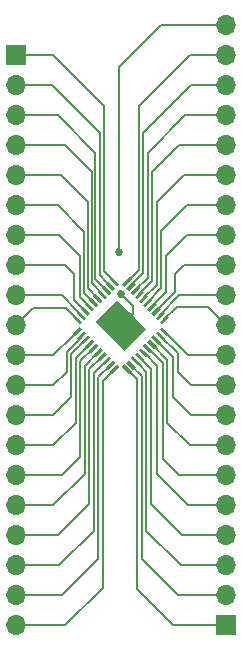
<source format=gbr>
G04 #@! TF.GenerationSoftware,KiCad,Pcbnew,(5.0.0)*
G04 #@! TF.CreationDate,2018-10-12T16:46:49-04:00*
G04 #@! TF.ProjectId,DRV8308_BreakoutBoard,445256383330385F427265616B6F7574,rev?*
G04 #@! TF.SameCoordinates,Original*
G04 #@! TF.FileFunction,Copper,L1,Top,Signal*
G04 #@! TF.FilePolarity,Positive*
%FSLAX46Y46*%
G04 Gerber Fmt 4.6, Leading zero omitted, Abs format (unit mm)*
G04 Created by KiCad (PCBNEW (5.0.0)) date 10/12/18 16:46:49*
%MOMM*%
%LPD*%
G01*
G04 APERTURE LIST*
G04 #@! TA.AperFunction,SMDPad,CuDef*
%ADD10C,0.280000*%
G04 #@! TD*
G04 #@! TA.AperFunction,Conductor*
%ADD11C,0.100000*%
G04 #@! TD*
G04 #@! TA.AperFunction,SMDPad,CuDef*
%ADD12C,2.620000*%
G04 #@! TD*
G04 #@! TA.AperFunction,ComponentPad*
%ADD13R,1.700000X1.700000*%
G04 #@! TD*
G04 #@! TA.AperFunction,ComponentPad*
%ADD14O,1.700000X1.700000*%
G04 #@! TD*
G04 #@! TA.AperFunction,ViaPad*
%ADD15C,0.685800*%
G04 #@! TD*
G04 #@! TA.AperFunction,Conductor*
%ADD16C,0.152400*%
G04 #@! TD*
G04 APERTURE END LIST*
D10*
G04 #@! TO.P,U1,1*
G04 #@! TO.N,Net-(J1-Pad1)*
X148077348Y-95365366D03*
D11*
G04 #@! TD*
G04 #@! TO.N,Net-(J1-Pad1)*
G04 #@! TO.C,U1*
G36*
X148278873Y-95764881D02*
X147677833Y-95163841D01*
X147875823Y-94965851D01*
X148476863Y-95566891D01*
X148278873Y-95764881D01*
X148278873Y-95764881D01*
G37*
D10*
G04 #@! TO.P,U1,2*
G04 #@! TO.N,Net-(J1-Pad2)*
X147723793Y-95718921D03*
D11*
G04 #@! TD*
G04 #@! TO.N,Net-(J1-Pad2)*
G04 #@! TO.C,U1*
G36*
X147925318Y-96118436D02*
X147324278Y-95517396D01*
X147522268Y-95319406D01*
X148123308Y-95920446D01*
X147925318Y-96118436D01*
X147925318Y-96118436D01*
G37*
D10*
G04 #@! TO.P,U1,3*
G04 #@! TO.N,Net-(J1-Pad3)*
X147370241Y-96072474D03*
D11*
G04 #@! TD*
G04 #@! TO.N,Net-(J1-Pad3)*
G04 #@! TO.C,U1*
G36*
X147571766Y-96471989D02*
X146970726Y-95870949D01*
X147168716Y-95672959D01*
X147769756Y-96273999D01*
X147571766Y-96471989D01*
X147571766Y-96471989D01*
G37*
D10*
G04 #@! TO.P,U1,4*
G04 #@! TO.N,Net-(J1-Pad4)*
X147016688Y-96426027D03*
D11*
G04 #@! TD*
G04 #@! TO.N,Net-(J1-Pad4)*
G04 #@! TO.C,U1*
G36*
X147218213Y-96825542D02*
X146617173Y-96224502D01*
X146815163Y-96026512D01*
X147416203Y-96627552D01*
X147218213Y-96825542D01*
X147218213Y-96825542D01*
G37*
D10*
G04 #@! TO.P,U1,5*
G04 #@! TO.N,Net-(J1-Pad5)*
X146663134Y-96779581D03*
D11*
G04 #@! TD*
G04 #@! TO.N,Net-(J1-Pad5)*
G04 #@! TO.C,U1*
G36*
X146864659Y-97179096D02*
X146263619Y-96578056D01*
X146461609Y-96380066D01*
X147062649Y-96981106D01*
X146864659Y-97179096D01*
X146864659Y-97179096D01*
G37*
D10*
G04 #@! TO.P,U1,6*
G04 #@! TO.N,Net-(J1-Pad6)*
X146309581Y-97133134D03*
D11*
G04 #@! TD*
G04 #@! TO.N,Net-(J1-Pad6)*
G04 #@! TO.C,U1*
G36*
X146511106Y-97532649D02*
X145910066Y-96931609D01*
X146108056Y-96733619D01*
X146709096Y-97334659D01*
X146511106Y-97532649D01*
X146511106Y-97532649D01*
G37*
D10*
G04 #@! TO.P,U1,7*
G04 #@! TO.N,Net-(J1-Pad7)*
X145956027Y-97486688D03*
D11*
G04 #@! TD*
G04 #@! TO.N,Net-(J1-Pad7)*
G04 #@! TO.C,U1*
G36*
X146157552Y-97886203D02*
X145556512Y-97285163D01*
X145754502Y-97087173D01*
X146355542Y-97688213D01*
X146157552Y-97886203D01*
X146157552Y-97886203D01*
G37*
D10*
G04 #@! TO.P,U1,8*
G04 #@! TO.N,Net-(J1-Pad8)*
X145602474Y-97840241D03*
D11*
G04 #@! TD*
G04 #@! TO.N,Net-(J1-Pad8)*
G04 #@! TO.C,U1*
G36*
X145803999Y-98239756D02*
X145202959Y-97638716D01*
X145400949Y-97440726D01*
X146001989Y-98041766D01*
X145803999Y-98239756D01*
X145803999Y-98239756D01*
G37*
D10*
G04 #@! TO.P,U1,9*
G04 #@! TO.N,Net-(J1-Pad9)*
X145248921Y-98193793D03*
D11*
G04 #@! TD*
G04 #@! TO.N,Net-(J1-Pad9)*
G04 #@! TO.C,U1*
G36*
X145450446Y-98593308D02*
X144849406Y-97992268D01*
X145047396Y-97794278D01*
X145648436Y-98395318D01*
X145450446Y-98593308D01*
X145450446Y-98593308D01*
G37*
D10*
G04 #@! TO.P,U1,10*
G04 #@! TO.N,Net-(J1-Pad10)*
X144895366Y-98547348D03*
D11*
G04 #@! TD*
G04 #@! TO.N,Net-(J1-Pad10)*
G04 #@! TO.C,U1*
G36*
X145096891Y-98946863D02*
X144495851Y-98345823D01*
X144693841Y-98147833D01*
X145294881Y-98748873D01*
X145096891Y-98946863D01*
X145096891Y-98946863D01*
G37*
D10*
G04 #@! TO.P,U1,11*
G04 #@! TO.N,Net-(J1-Pad11)*
X144894966Y-99572251D03*
D11*
G04 #@! TD*
G04 #@! TO.N,Net-(J1-Pad11)*
G04 #@! TO.C,U1*
G36*
X144495451Y-99773776D02*
X145096491Y-99172736D01*
X145294481Y-99370726D01*
X144693441Y-99971766D01*
X144495451Y-99773776D01*
X144495451Y-99773776D01*
G37*
D10*
G04 #@! TO.P,U1,12*
G04 #@! TO.N,Net-(J1-Pad12)*
X145248609Y-99925894D03*
D11*
G04 #@! TD*
G04 #@! TO.N,Net-(J1-Pad12)*
G04 #@! TO.C,U1*
G36*
X144849094Y-100127419D02*
X145450134Y-99526379D01*
X145648124Y-99724369D01*
X145047084Y-100325409D01*
X144849094Y-100127419D01*
X144849094Y-100127419D01*
G37*
D10*
G04 #@! TO.P,U1,13*
G04 #@! TO.N,Net-(J1-Pad13)*
X145602251Y-100279536D03*
D11*
G04 #@! TD*
G04 #@! TO.N,Net-(J1-Pad13)*
G04 #@! TO.C,U1*
G36*
X145202736Y-100481061D02*
X145803776Y-99880021D01*
X146001766Y-100078011D01*
X145400726Y-100679051D01*
X145202736Y-100481061D01*
X145202736Y-100481061D01*
G37*
D10*
G04 #@! TO.P,U1,14*
G04 #@! TO.N,Net-(J1-Pad14)*
X145955894Y-100633179D03*
D11*
G04 #@! TD*
G04 #@! TO.N,Net-(J1-Pad14)*
G04 #@! TO.C,U1*
G36*
X145556379Y-100834704D02*
X146157419Y-100233664D01*
X146355409Y-100431654D01*
X145754369Y-101032694D01*
X145556379Y-100834704D01*
X145556379Y-100834704D01*
G37*
D10*
G04 #@! TO.P,U1,15*
G04 #@! TO.N,Net-(J1-Pad15)*
X146309536Y-100986821D03*
D11*
G04 #@! TD*
G04 #@! TO.N,Net-(J1-Pad15)*
G04 #@! TO.C,U1*
G36*
X145910021Y-101188346D02*
X146511061Y-100587306D01*
X146709051Y-100785296D01*
X146108011Y-101386336D01*
X145910021Y-101188346D01*
X145910021Y-101188346D01*
G37*
D10*
G04 #@! TO.P,U1,16*
G04 #@! TO.N,Net-(J1-Pad16)*
X146663179Y-101340464D03*
D11*
G04 #@! TD*
G04 #@! TO.N,Net-(J1-Pad16)*
G04 #@! TO.C,U1*
G36*
X146263664Y-101541989D02*
X146864704Y-100940949D01*
X147062694Y-101138939D01*
X146461654Y-101739979D01*
X146263664Y-101541989D01*
X146263664Y-101541989D01*
G37*
D10*
G04 #@! TO.P,U1,17*
G04 #@! TO.N,Net-(J1-Pad17)*
X147016821Y-101694106D03*
D11*
G04 #@! TD*
G04 #@! TO.N,Net-(J1-Pad17)*
G04 #@! TO.C,U1*
G36*
X146617306Y-101895631D02*
X147218346Y-101294591D01*
X147416336Y-101492581D01*
X146815296Y-102093621D01*
X146617306Y-101895631D01*
X146617306Y-101895631D01*
G37*
D10*
G04 #@! TO.P,U1,18*
G04 #@! TO.N,Net-(J1-Pad18)*
X147370464Y-102047749D03*
D11*
G04 #@! TD*
G04 #@! TO.N,Net-(J1-Pad18)*
G04 #@! TO.C,U1*
G36*
X146970949Y-102249274D02*
X147571989Y-101648234D01*
X147769979Y-101846224D01*
X147168939Y-102447264D01*
X146970949Y-102249274D01*
X146970949Y-102249274D01*
G37*
D10*
G04 #@! TO.P,U1,19*
G04 #@! TO.N,Net-(J1-Pad19)*
X147724106Y-102401391D03*
D11*
G04 #@! TD*
G04 #@! TO.N,Net-(J1-Pad19)*
G04 #@! TO.C,U1*
G36*
X147324591Y-102602916D02*
X147925631Y-102001876D01*
X148123621Y-102199866D01*
X147522581Y-102800906D01*
X147324591Y-102602916D01*
X147324591Y-102602916D01*
G37*
D10*
G04 #@! TO.P,U1,20*
G04 #@! TO.N,Net-(J1-Pad20)*
X148077749Y-102755034D03*
D11*
G04 #@! TD*
G04 #@! TO.N,Net-(J1-Pad20)*
G04 #@! TO.C,U1*
G36*
X147678234Y-102956559D02*
X148279274Y-102355519D01*
X148477264Y-102553509D01*
X147876224Y-103154549D01*
X147678234Y-102956559D01*
X147678234Y-102956559D01*
G37*
D10*
G04 #@! TO.P,U1,21*
G04 #@! TO.N,Net-(J2-Pad1)*
X149102652Y-102754634D03*
D11*
G04 #@! TD*
G04 #@! TO.N,Net-(J2-Pad1)*
G04 #@! TO.C,U1*
G36*
X149304177Y-103154149D02*
X148703137Y-102553109D01*
X148901127Y-102355119D01*
X149502167Y-102956159D01*
X149304177Y-103154149D01*
X149304177Y-103154149D01*
G37*
D10*
G04 #@! TO.P,U1,22*
G04 #@! TO.N,Net-(J2-Pad2)*
X149456207Y-102401079D03*
D11*
G04 #@! TD*
G04 #@! TO.N,Net-(J2-Pad2)*
G04 #@! TO.C,U1*
G36*
X149657732Y-102800594D02*
X149056692Y-102199554D01*
X149254682Y-102001564D01*
X149855722Y-102602604D01*
X149657732Y-102800594D01*
X149657732Y-102800594D01*
G37*
D10*
G04 #@! TO.P,U1,23*
G04 #@! TO.N,Net-(J2-Pad3)*
X149809759Y-102047526D03*
D11*
G04 #@! TD*
G04 #@! TO.N,Net-(J2-Pad3)*
G04 #@! TO.C,U1*
G36*
X150011284Y-102447041D02*
X149410244Y-101846001D01*
X149608234Y-101648011D01*
X150209274Y-102249051D01*
X150011284Y-102447041D01*
X150011284Y-102447041D01*
G37*
D10*
G04 #@! TO.P,U1,24*
G04 #@! TO.N,Net-(J2-Pad4)*
X150163312Y-101693973D03*
D11*
G04 #@! TD*
G04 #@! TO.N,Net-(J2-Pad4)*
G04 #@! TO.C,U1*
G36*
X150364837Y-102093488D02*
X149763797Y-101492448D01*
X149961787Y-101294458D01*
X150562827Y-101895498D01*
X150364837Y-102093488D01*
X150364837Y-102093488D01*
G37*
D10*
G04 #@! TO.P,U1,25*
G04 #@! TO.N,Net-(J2-Pad5)*
X150516866Y-101340419D03*
D11*
G04 #@! TD*
G04 #@! TO.N,Net-(J2-Pad5)*
G04 #@! TO.C,U1*
G36*
X150718391Y-101739934D02*
X150117351Y-101138894D01*
X150315341Y-100940904D01*
X150916381Y-101541944D01*
X150718391Y-101739934D01*
X150718391Y-101739934D01*
G37*
D10*
G04 #@! TO.P,U1,26*
G04 #@! TO.N,Net-(J2-Pad6)*
X150870419Y-100986866D03*
D11*
G04 #@! TD*
G04 #@! TO.N,Net-(J2-Pad6)*
G04 #@! TO.C,U1*
G36*
X151071944Y-101386381D02*
X150470904Y-100785341D01*
X150668894Y-100587351D01*
X151269934Y-101188391D01*
X151071944Y-101386381D01*
X151071944Y-101386381D01*
G37*
D10*
G04 #@! TO.P,U1,27*
G04 #@! TO.N,Net-(J2-Pad7)*
X151223973Y-100633312D03*
D11*
G04 #@! TD*
G04 #@! TO.N,Net-(J2-Pad7)*
G04 #@! TO.C,U1*
G36*
X151425498Y-101032827D02*
X150824458Y-100431787D01*
X151022448Y-100233797D01*
X151623488Y-100834837D01*
X151425498Y-101032827D01*
X151425498Y-101032827D01*
G37*
D10*
G04 #@! TO.P,U1,28*
G04 #@! TO.N,Net-(J2-Pad8)*
X151577526Y-100279759D03*
D11*
G04 #@! TD*
G04 #@! TO.N,Net-(J2-Pad8)*
G04 #@! TO.C,U1*
G36*
X151779051Y-100679274D02*
X151178011Y-100078234D01*
X151376001Y-99880244D01*
X151977041Y-100481284D01*
X151779051Y-100679274D01*
X151779051Y-100679274D01*
G37*
D10*
G04 #@! TO.P,U1,29*
G04 #@! TO.N,Net-(J2-Pad9)*
X151931079Y-99926207D03*
D11*
G04 #@! TD*
G04 #@! TO.N,Net-(J2-Pad9)*
G04 #@! TO.C,U1*
G36*
X152132604Y-100325722D02*
X151531564Y-99724682D01*
X151729554Y-99526692D01*
X152330594Y-100127732D01*
X152132604Y-100325722D01*
X152132604Y-100325722D01*
G37*
D10*
G04 #@! TO.P,U1,30*
G04 #@! TO.N,Net-(J2-Pad10)*
X152284634Y-99572652D03*
D11*
G04 #@! TD*
G04 #@! TO.N,Net-(J2-Pad10)*
G04 #@! TO.C,U1*
G36*
X152486159Y-99972167D02*
X151885119Y-99371127D01*
X152083109Y-99173137D01*
X152684149Y-99774177D01*
X152486159Y-99972167D01*
X152486159Y-99972167D01*
G37*
D10*
G04 #@! TO.P,U1,31*
G04 #@! TO.N,Net-(J2-Pad11)*
X152285034Y-98547749D03*
D11*
G04 #@! TD*
G04 #@! TO.N,Net-(J2-Pad11)*
G04 #@! TO.C,U1*
G36*
X151885519Y-98749274D02*
X152486559Y-98148234D01*
X152684549Y-98346224D01*
X152083509Y-98947264D01*
X151885519Y-98749274D01*
X151885519Y-98749274D01*
G37*
D10*
G04 #@! TO.P,U1,32*
G04 #@! TO.N,Net-(J2-Pad12)*
X151931391Y-98194106D03*
D11*
G04 #@! TD*
G04 #@! TO.N,Net-(J2-Pad12)*
G04 #@! TO.C,U1*
G36*
X151531876Y-98395631D02*
X152132916Y-97794591D01*
X152330906Y-97992581D01*
X151729866Y-98593621D01*
X151531876Y-98395631D01*
X151531876Y-98395631D01*
G37*
D10*
G04 #@! TO.P,U1,33*
G04 #@! TO.N,Net-(J2-Pad13)*
X151577749Y-97840464D03*
D11*
G04 #@! TD*
G04 #@! TO.N,Net-(J2-Pad13)*
G04 #@! TO.C,U1*
G36*
X151178234Y-98041989D02*
X151779274Y-97440949D01*
X151977264Y-97638939D01*
X151376224Y-98239979D01*
X151178234Y-98041989D01*
X151178234Y-98041989D01*
G37*
D10*
G04 #@! TO.P,U1,34*
G04 #@! TO.N,Net-(J2-Pad14)*
X151224106Y-97486821D03*
D11*
G04 #@! TD*
G04 #@! TO.N,Net-(J2-Pad14)*
G04 #@! TO.C,U1*
G36*
X150824591Y-97688346D02*
X151425631Y-97087306D01*
X151623621Y-97285296D01*
X151022581Y-97886336D01*
X150824591Y-97688346D01*
X150824591Y-97688346D01*
G37*
D10*
G04 #@! TO.P,U1,35*
G04 #@! TO.N,Net-(J2-Pad15)*
X150870464Y-97133179D03*
D11*
G04 #@! TD*
G04 #@! TO.N,Net-(J2-Pad15)*
G04 #@! TO.C,U1*
G36*
X150470949Y-97334704D02*
X151071989Y-96733664D01*
X151269979Y-96931654D01*
X150668939Y-97532694D01*
X150470949Y-97334704D01*
X150470949Y-97334704D01*
G37*
D10*
G04 #@! TO.P,U1,36*
G04 #@! TO.N,Net-(J2-Pad16)*
X150516821Y-96779536D03*
D11*
G04 #@! TD*
G04 #@! TO.N,Net-(J2-Pad16)*
G04 #@! TO.C,U1*
G36*
X150117306Y-96981061D02*
X150718346Y-96380021D01*
X150916336Y-96578011D01*
X150315296Y-97179051D01*
X150117306Y-96981061D01*
X150117306Y-96981061D01*
G37*
D10*
G04 #@! TO.P,U1,37*
G04 #@! TO.N,Net-(J2-Pad17)*
X150163179Y-96425894D03*
D11*
G04 #@! TD*
G04 #@! TO.N,Net-(J2-Pad17)*
G04 #@! TO.C,U1*
G36*
X149763664Y-96627419D02*
X150364704Y-96026379D01*
X150562694Y-96224369D01*
X149961654Y-96825409D01*
X149763664Y-96627419D01*
X149763664Y-96627419D01*
G37*
D10*
G04 #@! TO.P,U1,38*
G04 #@! TO.N,Net-(J2-Pad18)*
X149809536Y-96072251D03*
D11*
G04 #@! TD*
G04 #@! TO.N,Net-(J2-Pad18)*
G04 #@! TO.C,U1*
G36*
X149410021Y-96273776D02*
X150011061Y-95672736D01*
X150209051Y-95870726D01*
X149608011Y-96471766D01*
X149410021Y-96273776D01*
X149410021Y-96273776D01*
G37*
D10*
G04 #@! TO.P,U1,39*
G04 #@! TO.N,Net-(J2-Pad19)*
X149455894Y-95718609D03*
D11*
G04 #@! TD*
G04 #@! TO.N,Net-(J2-Pad19)*
G04 #@! TO.C,U1*
G36*
X149056379Y-95920134D02*
X149657419Y-95319094D01*
X149855409Y-95517084D01*
X149254369Y-96118124D01*
X149056379Y-95920134D01*
X149056379Y-95920134D01*
G37*
D10*
G04 #@! TO.P,U1,40*
G04 #@! TO.N,Net-(J2-Pad20)*
X149102251Y-95364966D03*
D11*
G04 #@! TD*
G04 #@! TO.N,Net-(J2-Pad20)*
G04 #@! TO.C,U1*
G36*
X148702736Y-95566491D02*
X149303776Y-94965451D01*
X149501766Y-95163441D01*
X148900726Y-95764481D01*
X148702736Y-95566491D01*
X148702736Y-95566491D01*
G37*
D12*
G04 #@! TO.P,U1,41*
G04 #@! TO.N,Net-(J2-Pad21)*
X148590000Y-99060000D03*
D11*
G04 #@! TD*
G04 #@! TO.N,Net-(J2-Pad21)*
G04 #@! TO.C,U1*
G36*
X146419182Y-98741802D02*
X148271802Y-96889182D01*
X150760818Y-99378198D01*
X148908198Y-101230818D01*
X146419182Y-98741802D01*
X146419182Y-98741802D01*
G37*
D13*
G04 #@! TO.P,J1,1*
G04 #@! TO.N,Net-(J1-Pad1)*
X139700000Y-76200000D03*
D14*
G04 #@! TO.P,J1,2*
G04 #@! TO.N,Net-(J1-Pad2)*
X139700000Y-78740000D03*
G04 #@! TO.P,J1,3*
G04 #@! TO.N,Net-(J1-Pad3)*
X139700000Y-81280000D03*
G04 #@! TO.P,J1,4*
G04 #@! TO.N,Net-(J1-Pad4)*
X139700000Y-83820000D03*
G04 #@! TO.P,J1,5*
G04 #@! TO.N,Net-(J1-Pad5)*
X139700000Y-86360000D03*
G04 #@! TO.P,J1,6*
G04 #@! TO.N,Net-(J1-Pad6)*
X139700000Y-88900000D03*
G04 #@! TO.P,J1,7*
G04 #@! TO.N,Net-(J1-Pad7)*
X139700000Y-91440000D03*
G04 #@! TO.P,J1,8*
G04 #@! TO.N,Net-(J1-Pad8)*
X139700000Y-93980000D03*
G04 #@! TO.P,J1,9*
G04 #@! TO.N,Net-(J1-Pad9)*
X139700000Y-96520000D03*
G04 #@! TO.P,J1,10*
G04 #@! TO.N,Net-(J1-Pad10)*
X139700000Y-99060000D03*
G04 #@! TO.P,J1,11*
G04 #@! TO.N,Net-(J1-Pad11)*
X139700000Y-101600000D03*
G04 #@! TO.P,J1,12*
G04 #@! TO.N,Net-(J1-Pad12)*
X139700000Y-104140000D03*
G04 #@! TO.P,J1,13*
G04 #@! TO.N,Net-(J1-Pad13)*
X139700000Y-106680000D03*
G04 #@! TO.P,J1,14*
G04 #@! TO.N,Net-(J1-Pad14)*
X139700000Y-109220000D03*
G04 #@! TO.P,J1,15*
G04 #@! TO.N,Net-(J1-Pad15)*
X139700000Y-111760000D03*
G04 #@! TO.P,J1,16*
G04 #@! TO.N,Net-(J1-Pad16)*
X139700000Y-114300000D03*
G04 #@! TO.P,J1,17*
G04 #@! TO.N,Net-(J1-Pad17)*
X139700000Y-116840000D03*
G04 #@! TO.P,J1,18*
G04 #@! TO.N,Net-(J1-Pad18)*
X139700000Y-119380000D03*
G04 #@! TO.P,J1,19*
G04 #@! TO.N,Net-(J1-Pad19)*
X139700000Y-121920000D03*
G04 #@! TO.P,J1,20*
G04 #@! TO.N,Net-(J1-Pad20)*
X139700000Y-124460000D03*
G04 #@! TD*
G04 #@! TO.P,J2,21*
G04 #@! TO.N,Net-(J2-Pad21)*
X157480000Y-73660000D03*
G04 #@! TO.P,J2,20*
G04 #@! TO.N,Net-(J2-Pad20)*
X157480000Y-76200000D03*
G04 #@! TO.P,J2,19*
G04 #@! TO.N,Net-(J2-Pad19)*
X157480000Y-78740000D03*
G04 #@! TO.P,J2,18*
G04 #@! TO.N,Net-(J2-Pad18)*
X157480000Y-81280000D03*
G04 #@! TO.P,J2,17*
G04 #@! TO.N,Net-(J2-Pad17)*
X157480000Y-83820000D03*
G04 #@! TO.P,J2,16*
G04 #@! TO.N,Net-(J2-Pad16)*
X157480000Y-86360000D03*
G04 #@! TO.P,J2,15*
G04 #@! TO.N,Net-(J2-Pad15)*
X157480000Y-88900000D03*
G04 #@! TO.P,J2,14*
G04 #@! TO.N,Net-(J2-Pad14)*
X157480000Y-91440000D03*
G04 #@! TO.P,J2,13*
G04 #@! TO.N,Net-(J2-Pad13)*
X157480000Y-93980000D03*
G04 #@! TO.P,J2,12*
G04 #@! TO.N,Net-(J2-Pad12)*
X157480000Y-96520000D03*
G04 #@! TO.P,J2,11*
G04 #@! TO.N,Net-(J2-Pad11)*
X157480000Y-99060000D03*
G04 #@! TO.P,J2,10*
G04 #@! TO.N,Net-(J2-Pad10)*
X157480000Y-101600000D03*
G04 #@! TO.P,J2,9*
G04 #@! TO.N,Net-(J2-Pad9)*
X157480000Y-104140000D03*
G04 #@! TO.P,J2,8*
G04 #@! TO.N,Net-(J2-Pad8)*
X157480000Y-106680000D03*
G04 #@! TO.P,J2,7*
G04 #@! TO.N,Net-(J2-Pad7)*
X157480000Y-109220000D03*
G04 #@! TO.P,J2,6*
G04 #@! TO.N,Net-(J2-Pad6)*
X157480000Y-111760000D03*
G04 #@! TO.P,J2,5*
G04 #@! TO.N,Net-(J2-Pad5)*
X157480000Y-114300000D03*
G04 #@! TO.P,J2,4*
G04 #@! TO.N,Net-(J2-Pad4)*
X157480000Y-116840000D03*
G04 #@! TO.P,J2,3*
G04 #@! TO.N,Net-(J2-Pad3)*
X157480000Y-119380000D03*
G04 #@! TO.P,J2,2*
G04 #@! TO.N,Net-(J2-Pad2)*
X157480000Y-121920000D03*
D13*
G04 #@! TO.P,J2,1*
G04 #@! TO.N,Net-(J2-Pad1)*
X157480000Y-124460000D03*
G04 #@! TD*
D15*
G04 #@! TO.N,Net-(J2-Pad21)*
X148590000Y-96393000D03*
X148463000Y-92837000D03*
G04 #@! TD*
D16*
G04 #@! TO.N,Net-(J1-Pad1)*
X142811500Y-76200000D02*
X139700000Y-76200000D01*
X147129500Y-80518000D02*
X142811500Y-76200000D01*
X147129500Y-94424500D02*
X147129500Y-80518000D01*
X147699136Y-94994136D02*
X147129500Y-94424500D01*
X148077348Y-95365366D02*
X147706118Y-94994136D01*
X147706118Y-94994136D02*
X147699136Y-94994136D01*
G04 #@! TO.N,Net-(J1-Pad2)*
X147352563Y-95347691D02*
X147352563Y-95346063D01*
X147723793Y-95718921D02*
X147352563Y-95347691D01*
X147352563Y-95346063D02*
X146812000Y-94805500D01*
X146812000Y-94805500D02*
X146812000Y-82804000D01*
X142748000Y-78740000D02*
X139700000Y-78740000D01*
X146812000Y-82804000D02*
X142748000Y-78740000D01*
G04 #@! TO.N,Net-(J1-Pad3)*
X143256000Y-81280000D02*
X139700000Y-81280000D01*
X146431000Y-84455000D02*
X143256000Y-81280000D01*
X146431000Y-95123000D02*
X146431000Y-84455000D01*
X146999011Y-95691011D02*
X146431000Y-95123000D01*
X147370241Y-96072474D02*
X146999011Y-95701244D01*
X146999011Y-95701244D02*
X146999011Y-95691011D01*
G04 #@! TO.N,Net-(J1-Pad4)*
X143827500Y-83820000D02*
X139700000Y-83820000D01*
X146113500Y-86106000D02*
X143827500Y-83820000D01*
X146113500Y-95504000D02*
X146113500Y-86106000D01*
X147066000Y-96456500D02*
X146113500Y-95504000D01*
X147016688Y-96426027D02*
X147066000Y-96475339D01*
X147066000Y-96475339D02*
X147066000Y-96456500D01*
G04 #@! TO.N,Net-(J1-Pad5)*
X143510000Y-86360000D02*
X139700000Y-86360000D01*
X145796000Y-88646000D02*
X143510000Y-86360000D01*
X146663134Y-96779581D02*
X145796000Y-95912447D01*
X145796000Y-95912447D02*
X145796000Y-88646000D01*
G04 #@! TO.N,Net-(J1-Pad6)*
X143256000Y-88900000D02*
X139700000Y-88900000D01*
X145478500Y-91122500D02*
X143256000Y-88900000D01*
X145478500Y-96329500D02*
X145478500Y-91122500D01*
X146304000Y-97155000D02*
X145478500Y-96329500D01*
X146309581Y-97133134D02*
X146304000Y-97138715D01*
X146304000Y-97138715D02*
X146304000Y-97155000D01*
G04 #@! TO.N,Net-(J1-Pad7)*
X143383000Y-91440000D02*
X139700000Y-91440000D01*
X145161000Y-93218000D02*
X143383000Y-91440000D01*
X145956027Y-97486688D02*
X145161000Y-96691661D01*
X145161000Y-96691661D02*
X145161000Y-93218000D01*
G04 #@! TO.N,Net-(J1-Pad8)*
X144640309Y-94742743D02*
X143877566Y-93980000D01*
X140902081Y-93980000D02*
X139700000Y-93980000D01*
X144640309Y-96888309D02*
X144640309Y-94742743D01*
X145221011Y-97469011D02*
X144640309Y-96888309D01*
X145231244Y-97469011D02*
X145221011Y-97469011D01*
X145602474Y-97840241D02*
X145231244Y-97469011D01*
X143877566Y-93980000D02*
X140902081Y-93980000D01*
G04 #@! TO.N,Net-(J1-Pad9)*
X144877691Y-97822563D02*
X144876063Y-97822563D01*
X145248921Y-98193793D02*
X144877691Y-97822563D01*
X144876063Y-97822563D02*
X143573500Y-96520000D01*
X143573500Y-96520000D02*
X139700000Y-96520000D01*
G04 #@! TO.N,Net-(J1-Pad10)*
X144524136Y-98176118D02*
X144524136Y-98169136D01*
X144895366Y-98547348D02*
X144524136Y-98176118D01*
X144524136Y-98169136D02*
X143954500Y-97599500D01*
X141160500Y-97599500D02*
X139700000Y-99060000D01*
X143954500Y-97599500D02*
X141160500Y-97599500D01*
G04 #@! TO.N,Net-(J1-Pad11)*
X144523736Y-99943481D02*
X144523736Y-99951264D01*
X144894966Y-99572251D02*
X144523736Y-99943481D01*
X142875000Y-101600000D02*
X139700000Y-101600000D01*
X144523736Y-99951264D02*
X142875000Y-101600000D01*
G04 #@! TO.N,Net-(J1-Pad12)*
X145248609Y-100111882D02*
X144974126Y-100386365D01*
X142875000Y-104140000D02*
X139700000Y-104140000D01*
X145248609Y-99925894D02*
X145248609Y-100111882D01*
X144974126Y-100386365D02*
X144974126Y-100389874D01*
X144974126Y-100389874D02*
X144018000Y-101346000D01*
X144018000Y-101346000D02*
X144018000Y-102997000D01*
X144018000Y-102997000D02*
X142875000Y-104140000D01*
G04 #@! TO.N,Net-(J1-Pad13)*
X142875000Y-106680000D02*
X139700000Y-106680000D01*
X144399000Y-105156000D02*
X142875000Y-106680000D01*
X144399000Y-101473000D02*
X144399000Y-105156000D01*
X145034000Y-100838000D02*
X144399000Y-101473000D01*
X145602251Y-100279536D02*
X145043787Y-100838000D01*
X145043787Y-100838000D02*
X145034000Y-100838000D01*
G04 #@! TO.N,Net-(J1-Pad14)*
X142875000Y-109220000D02*
X139700000Y-109220000D01*
X144780000Y-107315000D02*
X142875000Y-109220000D01*
X145955894Y-100633179D02*
X144780000Y-101809073D01*
X144780000Y-101809073D02*
X144780000Y-107315000D01*
G04 #@! TO.N,Net-(J1-Pad15)*
X143637000Y-111760000D02*
X139700000Y-111760000D01*
X145161000Y-110236000D02*
X143637000Y-111760000D01*
X145161000Y-102108000D02*
X145161000Y-110236000D01*
X146309536Y-100986821D02*
X146282179Y-100986821D01*
X146282179Y-100986821D02*
X145161000Y-102108000D01*
G04 #@! TO.N,Net-(J1-Pad16)*
X142875000Y-114300000D02*
X139700000Y-114300000D01*
X145542000Y-111633000D02*
X142875000Y-114300000D01*
X146663179Y-101340464D02*
X145542000Y-102461643D01*
X145542000Y-102461643D02*
X145542000Y-111633000D01*
G04 #@! TO.N,Net-(J1-Pad17)*
X143256000Y-116840000D02*
X139700000Y-116840000D01*
X145923000Y-114173000D02*
X143256000Y-116840000D01*
X147016821Y-101694106D02*
X145923000Y-102787927D01*
X145923000Y-102787927D02*
X145923000Y-114173000D01*
G04 #@! TO.N,Net-(J1-Pad18)*
X146999234Y-102418979D02*
X146999234Y-102428766D01*
X147370464Y-102047749D02*
X146999234Y-102418979D01*
X146999234Y-102428766D02*
X146304000Y-103124000D01*
X146304000Y-103124000D02*
X146304000Y-116459000D01*
X143383000Y-119380000D02*
X139700000Y-119380000D01*
X146304000Y-116459000D02*
X143383000Y-119380000D01*
G04 #@! TO.N,Net-(J1-Pad19)*
X143637000Y-121920000D02*
X139700000Y-121920000D01*
X146685000Y-118872000D02*
X143637000Y-121920000D01*
X147724106Y-102401391D02*
X146685000Y-103440497D01*
X146685000Y-103440497D02*
X146685000Y-118872000D01*
G04 #@! TO.N,Net-(J1-Pad20)*
X143891000Y-124460000D02*
X139700000Y-124460000D01*
X147066000Y-121285000D02*
X143891000Y-124460000D01*
X148077749Y-102755034D02*
X147066000Y-103766783D01*
X147066000Y-103766783D02*
X147066000Y-121285000D01*
G04 #@! TO.N,Net-(J2-Pad1)*
X149473882Y-103125864D02*
X149480864Y-103125864D01*
X149102652Y-102754634D02*
X149473882Y-103125864D01*
X149480864Y-103125864D02*
X149987000Y-103632000D01*
X149987000Y-103632000D02*
X149987000Y-121412000D01*
X153035000Y-124460000D02*
X157480000Y-124460000D01*
X149987000Y-121412000D02*
X153035000Y-124460000D01*
G04 #@! TO.N,Net-(J2-Pad2)*
X153416000Y-121920000D02*
X157480000Y-121920000D01*
X150368000Y-118872000D02*
X153416000Y-121920000D01*
X150368000Y-103378000D02*
X150368000Y-118872000D01*
X149456207Y-102401079D02*
X149391079Y-102401079D01*
X149391079Y-102401079D02*
X150368000Y-103378000D01*
G04 #@! TO.N,Net-(J2-Pad3)*
X150180989Y-102418756D02*
X150180989Y-102428989D01*
X149809759Y-102047526D02*
X150180989Y-102418756D01*
X150180989Y-102428989D02*
X150749000Y-102997000D01*
X150749000Y-102997000D02*
X150749000Y-116459000D01*
X153670000Y-119380000D02*
X157480000Y-119380000D01*
X150749000Y-116459000D02*
X153670000Y-119380000D01*
G04 #@! TO.N,Net-(J2-Pad4)*
X153797000Y-116840000D02*
X157480000Y-116840000D01*
X151130000Y-114173000D02*
X153797000Y-116840000D01*
X151130000Y-102743000D02*
X151130000Y-114173000D01*
X150114000Y-101727000D02*
X151130000Y-102743000D01*
X150163312Y-101693973D02*
X150114000Y-101644661D01*
X150114000Y-101644661D02*
X150114000Y-101727000D01*
G04 #@! TO.N,Net-(J2-Pad5)*
X154305000Y-114300000D02*
X157480000Y-114300000D01*
X151638000Y-111633000D02*
X154305000Y-114300000D01*
X150516866Y-101340419D02*
X151638000Y-102461553D01*
X151638000Y-102461553D02*
X151638000Y-111633000D01*
G04 #@! TO.N,Net-(J2-Pad6)*
X153543000Y-111760000D02*
X157480000Y-111760000D01*
X152146000Y-110363000D02*
X153543000Y-111760000D01*
X150870419Y-100986866D02*
X152146000Y-102262447D01*
X152146000Y-102262447D02*
X152146000Y-110363000D01*
G04 #@! TO.N,Net-(J2-Pad7)*
X154432000Y-109220000D02*
X157480000Y-109220000D01*
X152527000Y-107315000D02*
X154432000Y-109220000D01*
X152527000Y-101981000D02*
X152527000Y-107315000D01*
X151130000Y-100584000D02*
X152527000Y-101981000D01*
X151223973Y-100633312D02*
X151174661Y-100584000D01*
X151174661Y-100584000D02*
X151130000Y-100584000D01*
G04 #@! TO.N,Net-(J2-Pad8)*
X151948756Y-100650989D02*
X151958989Y-100650989D01*
X151577526Y-100279759D02*
X151948756Y-100650989D01*
X154559000Y-106680000D02*
X157480000Y-106680000D01*
X153035000Y-105156000D02*
X154559000Y-106680000D01*
X151577526Y-100279759D02*
X153035000Y-101737233D01*
X153035000Y-101737233D02*
X153035000Y-105156000D01*
G04 #@! TO.N,Net-(J2-Pad9)*
X154559000Y-104140000D02*
X157480000Y-104140000D01*
X153416000Y-102997000D02*
X154559000Y-104140000D01*
X151931079Y-99926207D02*
X153416000Y-101411128D01*
X153416000Y-101411128D02*
X153416000Y-102997000D01*
G04 #@! TO.N,Net-(J2-Pad10)*
X152655864Y-99943882D02*
X152655864Y-99950864D01*
X152284634Y-99572652D02*
X152655864Y-99943882D01*
X154305000Y-101600000D02*
X157480000Y-101600000D01*
X152655864Y-99950864D02*
X154305000Y-101600000D01*
G04 #@! TO.N,Net-(J2-Pad11)*
X155956000Y-97536000D02*
X157480000Y-99060000D01*
X153289000Y-97536000D02*
X155956000Y-97536000D01*
X152285034Y-98547749D02*
X153289000Y-97543783D01*
X153289000Y-97543783D02*
X153289000Y-97536000D01*
G04 #@! TO.N,Net-(J2-Pad12)*
X153543000Y-96520000D02*
X157480000Y-96520000D01*
X151892000Y-98171000D02*
X153543000Y-96520000D01*
X151931391Y-98194106D02*
X151892000Y-98233497D01*
X151892000Y-98233497D02*
X151892000Y-98171000D01*
G04 #@! TO.N,Net-(J2-Pad13)*
X153924000Y-93980000D02*
X157480000Y-93980000D01*
X153162000Y-94742000D02*
X153924000Y-93980000D01*
X153162000Y-96266000D02*
X153162000Y-94742000D01*
X151577749Y-97840464D02*
X151577749Y-97850251D01*
X151577749Y-97850251D02*
X153162000Y-96266000D01*
G04 #@! TO.N,Net-(J2-Pad14)*
X154178000Y-91440000D02*
X157480000Y-91440000D01*
X152400000Y-93218000D02*
X154178000Y-91440000D01*
X152400000Y-96266000D02*
X152400000Y-93218000D01*
X151224106Y-97486821D02*
X151179179Y-97486821D01*
X151179179Y-97486821D02*
X152400000Y-96266000D01*
G04 #@! TO.N,Net-(J2-Pad15)*
X154178000Y-88900000D02*
X157480000Y-88900000D01*
X152019000Y-91059000D02*
X154178000Y-88900000D01*
X152019000Y-95885000D02*
X152019000Y-91059000D01*
X150870464Y-97133179D02*
X150770821Y-97133179D01*
X150770821Y-97133179D02*
X152019000Y-95885000D01*
G04 #@! TO.N,Net-(J2-Pad16)*
X153924000Y-86360000D02*
X157480000Y-86360000D01*
X151638000Y-88646000D02*
X153924000Y-86360000D01*
X151638000Y-95631000D02*
X151638000Y-88646000D01*
X150495000Y-96774000D02*
X151638000Y-95631000D01*
X150516821Y-96779536D02*
X150500536Y-96779536D01*
X150500536Y-96779536D02*
X150495000Y-96774000D01*
G04 #@! TO.N,Net-(J2-Pad17)*
X153543000Y-83820000D02*
X157480000Y-83820000D01*
X151257000Y-86106000D02*
X153543000Y-83820000D01*
X150163179Y-96425894D02*
X151257000Y-95332073D01*
X151257000Y-95332073D02*
X151257000Y-86106000D01*
G04 #@! TO.N,Net-(J2-Pad18)*
X154051000Y-81280000D02*
X157480000Y-81280000D01*
X150876000Y-84455000D02*
X154051000Y-81280000D01*
X149809536Y-96072251D02*
X150876000Y-95005787D01*
X150876000Y-95005787D02*
X150876000Y-84455000D01*
G04 #@! TO.N,Net-(J2-Pad19)*
X154559000Y-78740000D02*
X157480000Y-78740000D01*
X150495000Y-82804000D02*
X154559000Y-78740000D01*
X150495000Y-94615000D02*
X150495000Y-82804000D01*
X149606000Y-95504000D02*
X150495000Y-94615000D01*
X149455894Y-95718609D02*
X149606000Y-95568503D01*
X149606000Y-95568503D02*
X149606000Y-95504000D01*
G04 #@! TO.N,Net-(J2-Pad20)*
X154432000Y-76200000D02*
X157480000Y-76200000D01*
X150114000Y-80518000D02*
X154432000Y-76200000D01*
X150114000Y-94361000D02*
X150114000Y-80518000D01*
X149102251Y-95364966D02*
X149102251Y-95372749D01*
X149102251Y-95372749D02*
X150114000Y-94361000D01*
G04 #@! TO.N,Net-(J2-Pad21)*
X149587020Y-97390020D02*
X148590000Y-96393000D01*
X148590000Y-99060000D02*
X149587020Y-98062980D01*
X149587020Y-98062980D02*
X149587020Y-97390020D01*
X148463000Y-92837000D02*
X148463000Y-77216000D01*
X152019000Y-73660000D02*
X157480000Y-73660000D01*
X148463000Y-77216000D02*
X152019000Y-73660000D01*
G04 #@! TD*
M02*

</source>
